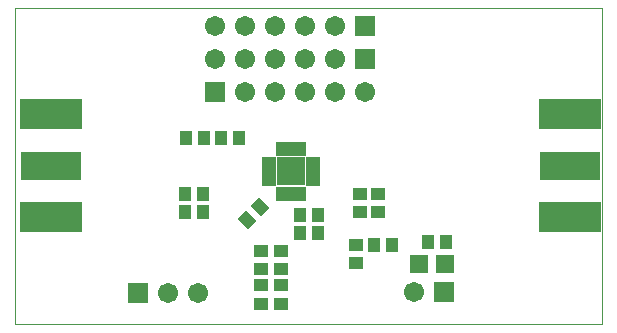
<source format=gts>
G04 Layer_Color=8388736*
%FSLAX25Y25*%
%MOIN*%
G70*
G01*
G75*
%ADD22C,0.00394*%
%ADD29R,0.01981X0.04540*%
%ADD30R,0.04540X0.01981*%
%ADD31R,0.03950X0.04737*%
%ADD32R,0.05918X0.06115*%
%ADD33R,0.04737X0.03950*%
G04:AMPARAMS|DCode=34|XSize=39.5mil|YSize=47.37mil|CornerRadius=0mil|HoleSize=0mil|Usage=FLASHONLY|Rotation=45.000|XOffset=0mil|YOffset=0mil|HoleType=Round|Shape=Rectangle|*
%AMROTATEDRECTD34*
4,1,4,0.00278,-0.03071,-0.03071,0.00278,-0.00278,0.03071,0.03071,-0.00278,0.00278,-0.03071,0.0*
%
%ADD34ROTATEDRECTD34*%

%ADD35R,0.20800X0.10308*%
%ADD36R,0.20485X0.09816*%
%ADD37C,0.06706*%
%ADD38R,0.06706X0.06706*%
%ADD39R,0.09461X0.09461*%
%ADD40C,0.03162*%
D22*
X0Y0D02*
Y16000D01*
Y0D02*
X195500D01*
Y105500D01*
X0D02*
X195500D01*
X0Y16000D02*
Y105500D01*
D29*
X88063Y58382D02*
D03*
X90031D02*
D03*
X92000D02*
D03*
X93968D02*
D03*
X95937D02*
D03*
Y43618D02*
D03*
X93968D02*
D03*
X92000D02*
D03*
X90031D02*
D03*
X88063D02*
D03*
D30*
X99382Y54937D02*
D03*
Y52969D02*
D03*
Y51000D02*
D03*
Y49031D02*
D03*
Y47063D02*
D03*
X84618D02*
D03*
Y49031D02*
D03*
Y51000D02*
D03*
Y52969D02*
D03*
Y54937D02*
D03*
D31*
X63032Y62000D02*
D03*
X56968D02*
D03*
X68468D02*
D03*
X74532D02*
D03*
X143532Y27500D02*
D03*
X137469D02*
D03*
X125531Y26500D02*
D03*
X119468D02*
D03*
X94968Y36500D02*
D03*
X101031D02*
D03*
X94968Y30500D02*
D03*
X101031D02*
D03*
X56468Y37500D02*
D03*
X62532D02*
D03*
Y43500D02*
D03*
X56468D02*
D03*
D32*
X143331Y20000D02*
D03*
X134669D02*
D03*
D33*
X113500Y26531D02*
D03*
Y20469D02*
D03*
X88500Y24532D02*
D03*
Y18469D02*
D03*
X82000Y24532D02*
D03*
Y18469D02*
D03*
X88500Y13032D02*
D03*
Y6968D02*
D03*
X82000Y13032D02*
D03*
Y6968D02*
D03*
X115000Y37468D02*
D03*
Y43532D02*
D03*
X121000Y43532D02*
D03*
Y37468D02*
D03*
D34*
X81644Y39144D02*
D03*
X77356Y34856D02*
D03*
D35*
X11772Y70236D02*
D03*
Y35726D02*
D03*
X185000Y35724D02*
D03*
Y70234D02*
D03*
D36*
X11772Y52980D02*
D03*
X185000D02*
D03*
D37*
X116500Y77500D02*
D03*
X106500D02*
D03*
X96500D02*
D03*
X86500Y77500D02*
D03*
X76500D02*
D03*
X66500Y99500D02*
D03*
X76500D02*
D03*
X86500D02*
D03*
X96500D02*
D03*
X106500D02*
D03*
X66500Y88500D02*
D03*
X76500Y88500D02*
D03*
X86500D02*
D03*
X96500D02*
D03*
X106500D02*
D03*
X133000Y10697D02*
D03*
X61000Y10500D02*
D03*
X51000D02*
D03*
D38*
X66500Y77500D02*
D03*
X116500Y99500D02*
D03*
Y88500D02*
D03*
X143000Y10697D02*
D03*
X41000Y10500D02*
D03*
D39*
X92000Y51000D02*
D03*
D40*
X92000Y51000D02*
D03*
X94362Y48638D02*
D03*
X89638D02*
D03*
X94362Y53362D02*
D03*
X89638D02*
D03*
M02*

</source>
